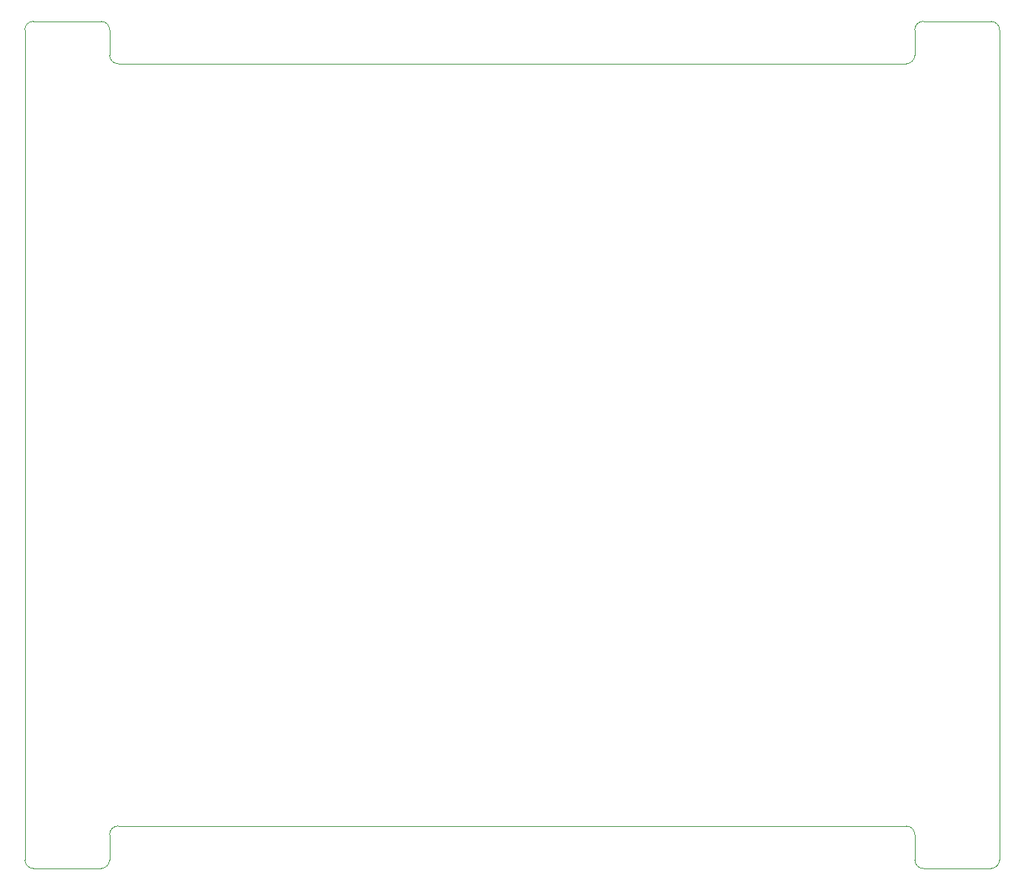
<source format=gbr>
%TF.GenerationSoftware,KiCad,Pcbnew,7.0.8-7.0.8~ubuntu22.04.1*%
%TF.CreationDate,2023-11-09T12:37:36+08:00*%
%TF.ProjectId,ECU,4543552e-6b69-4636-9164-5f7063625858,rev?*%
%TF.SameCoordinates,Original*%
%TF.FileFunction,Profile,NP*%
%FSLAX46Y46*%
G04 Gerber Fmt 4.6, Leading zero omitted, Abs format (unit mm)*
G04 Created by KiCad (PCBNEW 7.0.8-7.0.8~ubuntu22.04.1) date 2023-11-09 12:37:36*
%MOMM*%
%LPD*%
G01*
G04 APERTURE LIST*
%TA.AperFunction,Profile*%
%ADD10C,0.100000*%
%TD*%
G04 APERTURE END LIST*
D10*
X224000000Y-150000000D02*
G75*
G03*
X225000000Y-149000000I0J1000000D01*
G01*
X120000000Y-51000000D02*
G75*
G03*
X119000000Y-50000000I-1000000J0D01*
G01*
X121000000Y-145000000D02*
X214000000Y-145000000D01*
X216000000Y-50000000D02*
G75*
G03*
X215000000Y-51000000I0J-1000000D01*
G01*
X215000000Y-146000000D02*
G75*
G03*
X214000000Y-145000000I-1000000J0D01*
G01*
X225000000Y-51000000D02*
G75*
G03*
X224000000Y-50000000I-1000000J0D01*
G01*
X214000000Y-55000000D02*
X121000000Y-55000000D01*
X111000000Y-50000000D02*
G75*
G03*
X110000000Y-51000000I0J-1000000D01*
G01*
X216000000Y-150000000D02*
X224000000Y-150000000D01*
X120000000Y-51000000D02*
X120000000Y-54000000D01*
X110000000Y-51000000D02*
X110000000Y-149000000D01*
X111000000Y-50000000D02*
X119000000Y-50000000D01*
X119000000Y-150000000D02*
G75*
G03*
X120000000Y-149000000I0J1000000D01*
G01*
X224000000Y-50000000D02*
X216000000Y-50000000D01*
X111000000Y-150000000D02*
X119000000Y-150000000D01*
X121000000Y-145000000D02*
G75*
G03*
X120000000Y-146000000I0J-1000000D01*
G01*
X215000000Y-149000000D02*
G75*
G03*
X216000000Y-150000000I1000000J0D01*
G01*
X120000000Y-149000000D02*
X120000000Y-146000000D01*
X215000000Y-51000000D02*
X215000000Y-54000000D01*
X110000000Y-149000000D02*
G75*
G03*
X111000000Y-150000000I1000000J0D01*
G01*
X120000000Y-54000000D02*
G75*
G03*
X121000000Y-55000000I1000000J0D01*
G01*
X214000000Y-55000000D02*
G75*
G03*
X215000000Y-54000000I0J1000000D01*
G01*
X225000000Y-149000000D02*
X225000000Y-51000000D01*
X215000000Y-149000000D02*
X215000000Y-146000000D01*
M02*

</source>
